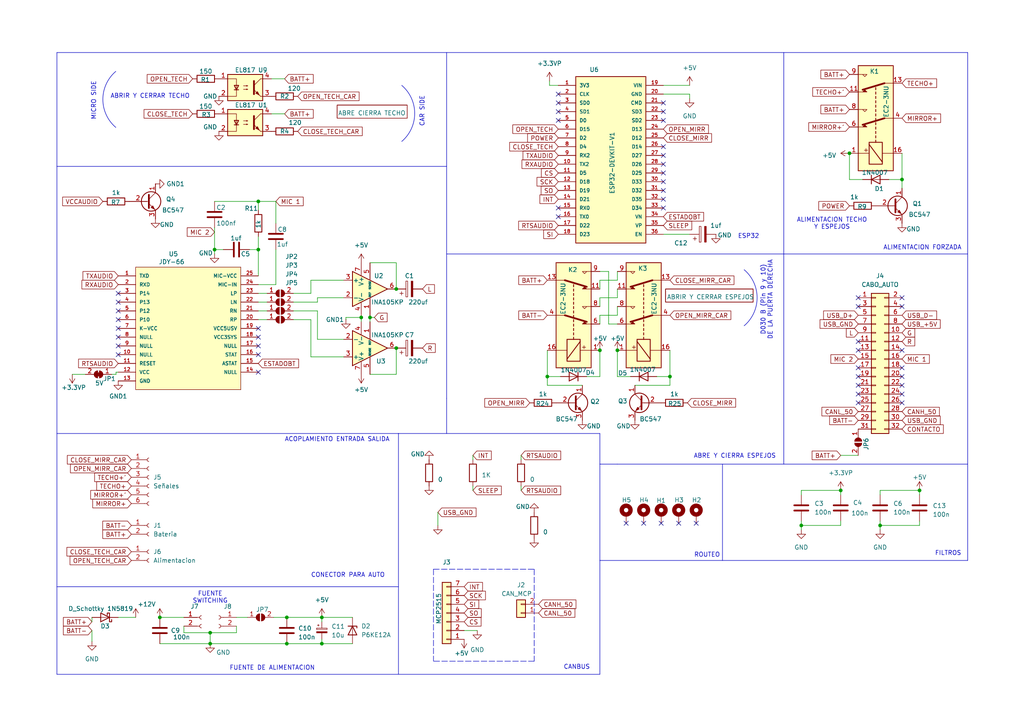
<source format=kicad_sch>
(kicad_sch (version 20231120) (generator "eeschema") (generator_version "8.0")
  (paper "A4")
  (title_block (title "ESP32+CANBUS") (date "2023-03-26") (rev "V1") (company "BRAVO_PROTO"))
  (lib_symbols
    (symbol "+5V_2" (power) (pin_names (offset 0))
      (property "Value" "+5V_2" (at 0 3.556 0))
      (symbol "+5V_2_1_1"
        (pin power_in line (at 0 0 90) (length 0) hide (name "+5V") (number "1"))
      )
    )
    (symbol "+5V_4" (power) (pin_names (offset 0))
      (property "Value" "+5V_4" (at 0 3.556 0))
      (symbol "+5V_4_1_1"
        (pin power_in line (at 0 0 90) (length 0) hide (name "+5V") (number "1"))
      )
    )
    (symbol "+5V_5" (power) (pin_names (offset 0))
      (property "Value" "+5V_5" (at 0 3.556 0))
      (symbol "+5V_5_1_1"
        (pin power_in line (at 0 0 90) (length 0) hide (name "+5V") (number "1"))
      )
    )
    (symbol "Amplifier_Difference:INA105KP" (pin_names (offset 0.127))
      (property "Reference" "U" (at 7.62 5.08 0))
      (property "Value" "INA105KP" (at 7.62 2.54 0))
      (symbol "INA105KP_1_1"
        (pin passive line (at 0 -7.62 90) (length 5.08) (name "REF") (number "1"))
        (pin passive line (at -7.62 -2.54 0) (length 2.54) (name "-") (number "2"))
        (pin passive line (at -7.62 2.54 0) (length 2.54) (name "+") (number "3"))
        (pin power_in line (at -2.54 -7.62 90) (length 3.81) (name "V-") (number "4"))
        (pin passive line (at 0 7.62 270) (length 5.08) (name "SENSE") (number "5"))
        (pin output line (at 7.62 0 180) (length 2.54) (name "~") (number "6"))
        (pin power_in line (at -2.54 7.62 270) (length 3.81) (name "V+") (number "7"))
        (pin no_connect line (at -5.08 0 0) (length 2.54) hide (name "~") (number "8"))
      )
    )
    (symbol "Connector:Conn_01x02_Socket" (pin_names (offset 1.016) hide)
      (property "Reference" "J" (at 0 2.54 0))
      (property "Value" "Conn_01x02_Socket" (at 0 -5.08 0))
      (symbol "Conn_01x02_Socket_1_1"
        (pin passive line (at -5.08 0 0) (length 3.81) (name "Pin_1") (number "1"))
        (pin passive line (at -5.08 -2.54 0) (length 3.81) (name "Pin_2") (number "2"))
      )
    )
    (symbol "Connector:Conn_01x06_Socket" (pin_names (offset 1.016) hide)
      (property "Reference" "J" (at 0 7.62 0))
      (property "Value" "Conn_01x06_Socket" (at 0 -10.16 0))
      (symbol "Conn_01x06_Socket_1_1"
        (pin passive line (at -5.08 5.08 0) (length 3.81) (name "Pin_1") (number "1"))
        (pin passive line (at -5.08 2.54 0) (length 3.81) (name "Pin_2") (number "2"))
        (pin passive line (at -5.08 0 0) (length 3.81) (name "Pin_3") (number "3"))
        (pin passive line (at -5.08 -2.54 0) (length 3.81) (name "Pin_4") (number "4"))
        (pin passive line (at -5.08 -5.08 0) (length 3.81) (name "Pin_5") (number "5"))
        (pin passive line (at -5.08 -7.62 0) (length 3.81) (name "Pin_6") (number "6"))
      )
    )
    (symbol "Connector_Generic:Conn_01x02" (pin_names (offset 1.016) hide)
      (property "Reference" "J" (at 0 2.54 0))
      (property "Value" "Conn_01x02" (at 0 -5.08 0))
      (symbol "Conn_01x02_1_1"
        (pin passive line (at -5.08 0 0) (length 3.81) (name "Pin_1") (number "1"))
        (pin passive line (at -5.08 -2.54 0) (length 3.81) (name "Pin_2") (number "2"))
      )
    )
    (symbol "Connector_Generic:Conn_01x07" (pin_names (offset 1.016) hide)
      (property "Reference" "J" (at 0 10.16 0))
      (property "Value" "Conn_01x07" (at 0 -10.16 0))
      (symbol "Conn_01x07_1_1"
        (pin passive line (at -5.08 7.62 0) (length 3.81) (name "Pin_1") (number "1"))
        (pin passive line (at -5.08 5.08 0) (length 3.81) (name "Pin_2") (number "2"))
        (pin passive line (at -5.08 2.54 0) (length 3.81) (name "Pin_3") (number "3"))
        (pin passive line (at -5.08 0 0) (length 3.81) (name "Pin_4") (number "4"))
        (pin passive line (at -5.08 -2.54 0) (length 3.81) (name "Pin_5") (number "5"))
        (pin passive line (at -5.08 -5.08 0) (length 3.81) (name "Pin_6") (number "6"))
        (pin passive line (at -5.08 -7.62 0) (length 3.81) (name "Pin_7") (number "7"))
      )
    )
    (symbol "Connector_Generic:Conn_02x16_Odd_Even" (pin_names (offset 1.016) hide)
      (property "Reference" "J" (at 1.27 20.32 0))
      (property "Value" "Conn_02x16_Odd_Even" (at 1.27 -22.86 0))
      (symbol "Conn_02x16_Odd_Even_1_1"
        (pin passive line (at -5.08 17.78 0) (length 3.81) (name "Pin_1") (number "1"))
        (pin passive line (at 7.62 7.62 180) (length 3.81) (name "Pin_10") (number "10"))
        (pin passive line (at -5.08 5.08 0) (length 3.81) (name "Pin_11") (number "11"))
        (pin passive line (at 7.62 5.08 180) (length 3.81) (name "Pin_12") (number "12"))
        (pin passive line (at -5.08 2.54 0) (length 3.81) (name "Pin_13") (number "13"))
        (pin passive line (at 7.62 2.54 180) (length 3.81) (name "Pin_14") (number "14"))
        (pin passive line (at -5.08 0 0) (length 3.81) (name "Pin_15") (number "15"))
        (pin passive line (at 7.62 0 180) (length 3.81) (name "Pin_16") (number "16"))
        (pin passive line (at -5.08 -2.54 0) (length 3.81) (name "Pin_17") (number "17"))
        (pin passive line (at 7.62 -2.54 180) (length 3.81) (name "Pin_18") (number "18"))
        (pin passive line (at -5.08 -5.08 0) (length 3.81) (name "Pin_19") (number "19"))
        (pin passive line (at 7.62 17.78 180) (length 3.81) (name "Pin_2") (number "2"))
        (pin passive line (at 7.62 -5.08 180) (length 3.81) (name "Pin_20") (number "20"))
        (pin passive line (at -5.08 -7.62 0) (length 3.81) (name "Pin_21") (number "21"))
        (pin passive line (at 7.62 -7.62 180) (length 3.81) (name "Pin_22") (number "22"))
        (pin passive line (at -5.08 -10.16 0) (length 3.81) (name "Pin_23") (number "23"))
        (pin passive line (at 7.62 -10.16 180) (length 3.81) (name "Pin_24") (number "24"))
        (pin passive line (at -5.08 -12.7 0) (length 3.81) (name "Pin_25") (number "25"))
        (pin passive line (at 7.62 -12.7 180) (length 3.81) (name "Pin_26") (number "26"))
        (pin passive line (at -5.08 -15.24 0) (length 3.81) (name "Pin_27") (number "27"))
        (pin passive line (at 7.62 -15.24 180) (length 3.81) (name "Pin_28") (number "28"))
        (pin passive line (at -5.08 -17.78 0) (length 3.81) (name "Pin_29") (number "29"))
        (pin passive line (at -5.08 15.24 0) (length 3.81) (name "Pin_3") (number "3"))
        (pin passive line (at 7.62 -17.78 180) (length 3.81) (name "Pin_30") (number "30"))
        (pin passive line (at -5.08 -20.32 0) (length 3.81) (name "Pin_31") (number "31"))
        (pin passive line (at 7.62 -20.32 180) (length 3.81) (name "Pin_32") (number "32"))
        (pin passive line (at 7.62 15.24 180) (length 3.81) (name "Pin_4") (number "4"))
        (pin passive line (at -5.08 12.7 0) (length 3.81) (name "Pin_5") (number "5"))
        (pin passive line (at 7.62 12.7 180) (length 3.81) (name "Pin_6") (number "6"))
        (pin passive line (at -5.08 10.16 0) (length 3.81) (name "Pin_7") (number "7"))
        (pin passive line (at 7.62 10.16 180) (length 3.81) (name "Pin_8") (number "8"))
        (pin passive line (at -5.08 7.62 0) (length 3.81) (name "Pin_9") (number "9"))
      )
    )
    (symbol "Device:C" (pin_numbers hide) (pin_names (offset 0.254))
      (property "Reference" "C" (at 0.635 2.54 0))
      (property "Value" "C" (at 0.635 -2.54 0))
      (symbol "C_1_1"
        (pin passive line (at 0 3.81 270) (length 2.794) (name "~") (number "1"))
        (pin passive line (at 0 -3.81 90) (length 2.794) (name "~") (number "2"))
      )
    )
    (symbol "Device:C_Polarized" (pin_numbers hide) (pin_names (offset 0.254))
      (property "Reference" "C" (at 0.635 2.54 0))
      (property "Value" "C_Polarized" (at 0.635 -2.54 0))
      (symbol "C_Polarized_1_1"
        (pin passive line (at 0 3.81 270) (length 2.794) (name "~") (number "1"))
        (pin passive line (at 0 -3.81 90) (length 2.794) (name "~") (number "2"))
      )
    )
    (symbol "Device:C_Polarized_Small" (pin_numbers hide) (pin_names (offset 0.254) hide)
      (property "Reference" "C" (at 0.254 1.778 0))
      (property "Value" "C_Polarized_Small" (at 0.254 -2.032 0))
      (symbol "C_Polarized_Small_1_1"
        (pin passive line (at 0 2.54 270) (length 1.8542) (name "~") (number "1"))
        (pin passive line (at 0 -2.54 90) (length 1.8542) (name "~") (number "2"))
      )
    )
    (symbol "Device:D" (pin_numbers hide) (pin_names (offset 1.016) hide)
      (property "Reference" "D" (at 0 2.54 0))
      (property "Value" "D" (at 0 -2.54 0))
      (symbol "D_1_1"
        (pin passive line (at -3.81 0 0) (length 2.54) (name "K") (number "1"))
        (pin passive line (at 3.81 0 180) (length 2.54) (name "A") (number "2"))
      )
    )
    (symbol "Device:D_Schottky" (pin_numbers hide) (pin_names (offset 1.016) hide)
      (property "Reference" "D" (at 0 2.54 0))
      (property "Value" "D_Schottky" (at 0 -2.54 0))
      (symbol "D_Schottky_1_1"
        (pin passive line (at -3.81 0 0) (length 2.54) (name "K") (number "1"))
        (pin passive line (at 3.81 0 180) (length 2.54) (name "A") (number "2"))
      )
    )
    (symbol "Device:R" (pin_numbers hide) (pin_names (offset 0))
      (property "Reference" "R" (at 2.032 0 90))
      (property "Value" "R" (at 0 0 90))
      (symbol "R_1_1"
        (pin passive line (at 0 3.81 270) (length 1.27) (name "~") (number "1"))
        (pin passive line (at 0 -3.81 90) (length 1.27) (name "~") (number "2"))
      )
    )
    (symbol "Diode:BZV55B8V2" (pin_numbers hide) (pin_names hide)
      (property "Reference" "D" (at 0 2.54 0))
      (property "Value" "BZV55B8V2" (at 0 -2.54 0))
      (symbol "BZV55B8V2_1_1"
        (pin passive line (at -3.81 0 0) (length 2.54) (name "K") (number "1"))
        (pin passive line (at 3.81 0 180) (length 2.54) (name "A") (number "2"))
      )
    )
    (symbol "ESP32-DEVKIT-V1:ESP32-DEVKIT-V1" (pin_names (offset 1.016))
      (property "Reference" "U" (at -10.16 30.48 0))
      (property "Value" "ESP32-DEVKIT-V1" (at -8.89 -22.86 0))
      (symbol "ESP32-DEVKIT-V1_0_0"
        (pin output line (at -15.24 25.4 0) (length 5.08) (name "3V3") (number "1"))
        (pin bidirectional line (at -15.24 2.54 0) (length 5.08) (name "TX2") (number "10"))
        (pin bidirectional line (at -15.24 0 0) (length 5.08) (name "D5") (number "11"))
        (pin bidirectional line (at -15.24 -2.54 0) (length 5.08) (name "D18") (number "12"))
        (pin bidirectional line (at -15.24 -5.08 0) (length 5.08) (name "D19") (number "13"))
        (pin bidirectional line (at -15.24 -7.62 0) (length 5.08) (name "D21") (number "14"))
        (pin bidirectional line (at -15.24 -10.16 0) (length 5.08) (name "RX0") (number "15"))
        (pin bidirectional line (at -15.24 -12.7 0) (length 5.08) (name "TX0") (number "16"))
        (pin bidirectional line (at -15.24 -15.24 0) (length 5.08) (name "D22") (number "17"))
        (pin bidirectional line (at -15.24 -17.78 0) (length 5.08) (name "D23") (number "18"))
        (pin bidirectional line (at 15.24 25.4 180) (length 5.08) (name "VIN") (number "19"))
        (pin bidirectional line (at -15.24 22.86 0) (length 5.08) (name "CLK") (number "2"))
        (pin bidirectional line (at 15.24 22.86 180) (length 5.08) (name "GND") (number "20"))
        (pin bidirectional line (at 15.24 20.32 180) (length 5.08) (name "CMD") (number "21"))
        (pin bidirectional line (at 15.24 17.78 180) (length 5.08) (name "SD3") (number "22"))
        (pin bidirectional line (at 15.24 15.24 180) (length 5.08) (name "SD2") (number "23"))
        (pin bidirectional line (at 15.24 12.7 180) (length 5.08) (name "D13") (number "24"))
        (pin bidirectional line (at 15.24 10.16 180) (length 5.08) (name "D12") (number "25"))
        (pin bidirectional line (at 15.24 7.62 180) (length 5.08) (name "D14") (number "26"))
        (pin input line (at 15.24 5.08 180) (length 5.08) (name "D27") (number "27"))
        (pin bidirectional line (at 15.24 2.54 180) (length 5.08) (name "D26") (number "28"))
        (pin bidirectional line (at 15.24 0 180) (length 5.08) (name "D25") (number "29"))
        (pin bidirectional line (at -15.24 20.32 0) (length 5.08) (name "SD0") (number "3"))
        (pin bidirectional line (at 15.24 -2.54 180) (length 5.08) (name "D33") (number "30"))
        (pin bidirectional line (at 15.24 -5.08 180) (length 5.08) (name "D32") (number "31"))
        (pin bidirectional line (at 15.24 -7.62 180) (length 5.08) (name "D35") (number "32"))
        (pin bidirectional line (at 15.24 -10.16 180) (length 5.08) (name "D34") (number "33"))
        (pin bidirectional line (at 15.24 -12.7 180) (length 5.08) (name "VN") (number "34"))
        (pin input line (at 15.24 -15.24 180) (length 5.08) (name "VP") (number "35"))
        (pin bidirectional line (at 15.24 -17.78 180) (length 5.08) (name "EN") (number "36"))
        (pin bidirectional line (at -15.24 17.78 0) (length 5.08) (name "SD1") (number "4"))
        (pin bidirectional line (at -15.24 15.24 0) (length 5.08) (name "D0") (number "5"))
        (pin bidirectional line (at -15.24 12.7 0) (length 5.08) (name "D15") (number "6"))
        (pin bidirectional line (at -15.24 10.16 0) (length 5.08) (name "D2") (number "7"))
        (pin bidirectional line (at -15.24 7.62 0) (length 5.08) (name "D4") (number "8"))
        (pin bidirectional line (at -15.24 5.08 0) (length 5.08) (name "RX2") (number "9"))
      )
    )
    (symbol "GND_1" (power) (pin_names (offset 0))
      (property "Value" "GND_1" (at 0 -3.81 0))
      (symbol "GND_1_1_1"
        (pin power_in line (at 0 0 270) (length 0) hide (name "GND") (number "1"))
      )
    )
    (symbol "GND_2" (power) (pin_names (offset 0))
      (property "Value" "GND_2" (at 0 -3.81 0))
      (symbol "GND_2_1_1"
        (pin power_in line (at 0 0 270) (length 0) hide (name "GND") (number "1"))
      )
    )
    (symbol "Isolator:EL817" (pin_names (offset 1.016))
      (property "Reference" "U" (at -5.08 5.08 0))
      (property "Value" "EL817" (at 0 5.08 0))
      (symbol "EL817_1_1"
        (pin passive line (at -7.62 2.54 0) (length 2.54) (name "~") (number "1"))
        (pin passive line (at -7.62 -2.54 0) (length 2.54) (name "~") (number "2"))
        (pin passive line (at 7.62 -2.54 180) (length 2.54) (name "~") (number "3"))
        (pin passive line (at 7.62 2.54 180) (length 2.54) (name "~") (number "4"))
      )
    )
    (symbol "JDY-18:JDY-66" (pin_names (offset 1.016))
      (property "Reference" "U5" (at 21.082 41.91 0))
      (property "Value" "JDY-66" (at 20.574 39.624 0))
      (symbol "JDY-66_0_0"
        (pin bidirectional line (at 5.08 7.62 0) (length 5.08) (name "VCC") (number "12"))
        (pin bidirectional line (at 5.08 5.08 0) (length 5.08) (name "GND") (number "13"))
        (pin bidirectional line (at 45.72 12.7 180) (length 5.08) (name "STAT") (number "16"))
      )
      (symbol "JDY-66_1_0"
        (pin bidirectional line (at 5.08 35.56 0) (length 5.08) (name "TXD") (number "1"))
        (pin bidirectional line (at 5.08 12.7 0) (length 5.08) (name "NULL") (number "10"))
        (pin bidirectional line (at 5.08 10.16 0) (length 5.08) (name "RESET") (number "11"))
        (pin bidirectional line (at 45.72 7.62 180) (length 5.08) (name "NULL") (number "14"))
        (pin bidirectional line (at 45.72 10.16 180) (length 5.08) (name "ASTAT") (number "15"))
        (pin bidirectional line (at 45.72 15.24 180) (length 5.08) (name "NULL") (number "17"))
        (pin bidirectional line (at 45.72 17.78 180) (length 5.08) (name "VCC3SYS") (number "18"))
        (pin bidirectional line (at 45.72 20.32 180) (length 5.08) (name "VCC5USV") (number "19"))
        (pin bidirectional line (at 5.08 33.02 0) (length 5.08) (name "RXD") (number "2"))
        (pin bidirectional line (at 45.72 22.86 180) (length 5.08) (name "RP") (number "20"))
        (pin bidirectional line (at 45.72 25.4 180) (length 5.08) (name "RN") (number "21"))
        (pin bidirectional line (at 45.72 27.94 180) (length 5.08) (name "LN") (number "22"))
        (pin bidirectional line (at 45.72 30.48 180) (length 5.08) (name "LP") (number "23"))
        (pin bidirectional line (at 45.72 33.02 180) (length 5.08) (name "MIC-IN") (number "24"))
        (pin bidirectional line (at 45.72 35.56 180) (length 5.08) (name "MIC-VCC") (number "25"))
        (pin bidirectional line (at 5.08 30.48 0) (length 5.08) (name "P14") (number "3"))
        (pin bidirectional line (at 5.08 27.94 0) (length 5.08) (name "P13") (number "4"))
        (pin bidirectional line (at 5.08 25.4 0) (length 5.08) (name "P12") (number "5"))
        (pin bidirectional line (at 5.08 22.86 0) (length 5.08) (name "P10") (number "6"))
        (pin bidirectional line (at 5.08 20.32 0) (length 5.08) (name "K-VCC") (number "7"))
        (pin bidirectional line (at 5.08 17.78 0) (length 5.08) (name "NULL") (number "8"))
        (pin bidirectional line (at 5.08 15.24 0) (length 5.08) (name "NULL") (number "9"))
      )
    )
    (symbol "Jumper:SolderJumper_2_Bridged" (pin_names (offset 0) hide)
      (property "Reference" "JP" (at 0 2.032 0))
      (property "Value" "SolderJumper_2_Bridged" (at 0 -2.54 0))
      (symbol "SolderJumper_2_Bridged_1_1"
        (pin passive line (at -3.81 0 0) (length 2.54) (name "A") (number "1"))
        (pin passive line (at 3.81 0 180) (length 2.54) (name "B") (number "2"))
      )
    )
    (symbol "Jumper:SolderJumper_2_Open" (pin_names (offset 0) hide)
      (property "Reference" "JP" (at 0 2.032 0))
      (property "Value" "SolderJumper_2_Open" (at 0 -2.54 0))
      (symbol "SolderJumper_2_Open_1_1"
        (pin passive line (at -3.81 0 0) (length 2.54) (name "A") (number "1"))
        (pin passive line (at 3.81 0 180) (length 2.54) (name "B") (number "2"))
      )
    )
    (symbol "Mechanical:MountingHole_Pad" (pin_numbers hide) (pin_names (offset 1.016) hide)
      (property "Reference" "H" (at 0 6.35 0))
      (property "Value" "MountingHole_Pad" (at 0 4.445 0))
      (symbol "MountingHole_Pad_1_1"
        (pin input line (at 0 -2.54 90) (length 2.54) (name "1") (number "1"))
      )
    )
    (symbol "Relay:EC2-3NU"
      (property "Reference" "K1" (at -1.778 16.383 90))
      (property "Value" "EC2-3NU" (at 3.556 5.207 0))
      (symbol "EC2-3NU_1_1"
        (text "+" (at -9.271 2.921 0) (effects (font (size 1.27 1.27))))
        (pin passive line (at -10.16 7.62 270) (length 2.54) (name "~") (number "1"))
        (pin passive line (at 7.62 7.62 270) (length 2.54) (name "~") (number "11"))
        (pin passive line (at 10.16 -7.62 90) (length 2.54) (name "~") (number "13"))
        (pin passive line (at -10.16 -7.62 90) (length 2.54) (name "~") (number "16"))
        (pin passive line (at 0 -7.62 90) (length 2.54) (name "~") (number "4"))
        (pin passive line (at -2.54 7.62 270) (length 2.54) (name "~") (number "6"))
        (pin passive line (at 2.54 7.62 270) (length 2.54) (name "~") (number "8"))
        (pin passive line (at 12.7 7.62 270) (length 2.54) (name "~") (number "9"))
      )
    )
    (symbol "Transistor_BJT:BC547" (pin_names (offset 0) hide)
      (property "Reference" "Q" (at 5.08 1.905 0))
      (property "Value" "BC547" (at 5.08 0 0))
      (symbol "BC547_1_1"
        (pin passive line (at 2.54 5.08 270) (length 2.54) (name "C") (number "1"))
        (pin input line (at -5.08 0 0) (length 5.08) (name "B") (number "2"))
        (pin passive line (at 2.54 -5.08 90) (length 2.54) (name "E") (number "3"))
      )
    )
    (symbol "power:+12V" (power) (pin_names (offset 0))
      (property "Value" "+12V" (at 0 3.556 0))
      (symbol "+12V_1_1"
        (pin power_in line (at 0 0 90) (length 0) hide (name "+12V") (number "1"))
      )
    )
    (symbol "power:+3.3VP" (power) (pin_names (offset 0))
      (property "Value" "+3.3VP" (at 0 2.54 0))
      (symbol "+3.3VP_0_0"
        (pin power_in line (at 0 0 90) (length 0) hide (name "+3.3VP") (number "1"))
      )
    )
    (symbol "power:+5V" (power) (pin_names (offset 0))
      (property "Value" "+5V" (at 0 3.556 0))
      (symbol "+5V_1_1"
        (pin power_in line (at 0 0 90) (length 0) hide (name "+5V") (number "1"))
      )
    )
    (symbol "power:GND" (power) (pin_names (offset 0))
      (property "Value" "GND" (at 0 -3.81 0))
      (symbol "GND_1_1"
        (pin power_in line (at 0 0 270) (length 0) hide (name "GND") (number "1"))
      )
    )
    (symbol "power:GND1" (power) (pin_numbers hide) (pin_names (offset 0) hide)
      (property "Value" "GND1" (at 0 -3.81 0))
      (symbol "GND1_1_1"
        (pin power_in line (at 0 0 270) (length 0) (name "~") (number "1"))
      )
    )
  )
  (junction (at 46.355 179.07))
  (junction (at 255.27 152.4))
  (junction (at 62.23 72.39))
  (junction (at 194.31 109.22))
  (junction (at 60.96 186.69))
  (junction (at 261.62 52.07))
  (junction (at 179.07 101.6))
  (junction (at 104.775 92.075))
  (junction (at 243.84 142.24))
  (junction (at 74.93 72.39))
  (junction (at 114.935 83.82))
  (junction (at 93.345 186.69))
  (junction (at 173.99 101.6))
  (junction (at 266.7 142.24))
  (junction (at 93.345 179.07))
  (junction (at 232.41 152.4))
  (junction (at 83.185 179.07))
  (junction (at 107.315 92.075))
  (junction (at 158.75 109.22))
  (junction (at 246.38 44.45))
  (junction (at 114.935 100.965))
  (junction (at 60.96 183.515))
  (junction (at 74.93 58.42))
  (junction (at 83.185 186.69))
  (no_connect (at 261.62 106.68))
  (no_connect (at 201.93 151.765))
  (no_connect (at 248.92 114.3))
  (no_connect (at 74.93 100.33))
  (no_connect (at 261.62 86.36))
  (no_connect (at 261.62 111.76))
  (no_connect (at 248.92 106.68))
  (no_connect (at 74.93 102.87))
  (no_connect (at 196.85 151.765))
  (no_connect (at 192.405 32.385))
  (no_connect (at 248.92 116.84))
  (no_connect (at 34.29 92.71))
  (no_connect (at 261.62 116.84))
  (no_connect (at 192.405 55.245))
  (no_connect (at 248.92 101.6))
  (no_connect (at 181.61 151.765))
  (no_connect (at 261.62 101.6))
  (no_connect (at 161.925 34.925))
  (no_connect (at 74.93 95.25))
  (no_connect (at 34.29 95.25))
  (no_connect (at 161.925 60.325))
  (no_connect (at 192.405 29.845))
  (no_connect (at 186.69 151.765))
  (no_connect (at 261.62 88.9))
  (no_connect (at 248.92 99.06))
  (no_connect (at 161.925 27.305))
  (no_connect (at 248.92 86.36))
  (no_connect (at 192.405 52.705))
  (no_connect (at 261.62 114.3))
  (no_connect (at 161.925 32.385))
  (no_connect (at 192.405 47.625))
  (no_connect (at 261.62 109.22))
  (no_connect (at 34.29 100.33))
  (no_connect (at 192.405 50.165))
  (no_connect (at 248.92 88.9))
  (no_connect (at 192.405 34.925))
  (no_connect (at 248.92 111.76))
  (no_connect (at 192.405 60.325))
  (no_connect (at 34.29 97.79))
  (no_connect (at 34.29 90.17))
  (no_connect (at 192.405 57.785))
  (no_connect (at 74.93 107.95))
  (no_connect (at 34.29 85.09))
  (no_connect (at 34.29 87.63))
  (no_connect (at 161.925 62.865))
  (no_connect (at 248.92 109.22))
  (no_connect (at 34.29 102.87))
  (no_connect (at 161.925 29.845))
  (no_connect (at 192.405 45.085))
  (no_connect (at 191.77 151.765))
  (no_connect (at 192.405 42.545))
  (no_connect (at 74.93 97.79))
  (wire (pts (xy 173.99 91.44) (xy 173.99 93.98)))
  (wire (pts (xy 33.655 107.95) (xy 34.29 107.95)))
  (polyline (pts (xy 154.94 165.1) (xy 154.94 191.77)) (stroke (width 0) (type dash)))
  (wire (pts (xy 173.99 101.6) (xy 173.99 109.22)))
  (wire (pts (xy 72.39 72.39) (xy 74.93 72.39)))
  (wire (pts (xy 92.075 90.17) (xy 92.075 98.425)))
  (wire (pts (xy 62.23 72.39) (xy 62.23 66.04)))
  (wire (pts (xy 266.7 142.24) (xy 266.7 143.51)))
  (wire (pts (xy 80.01 82.55) (xy 74.93 82.55)))
  (wire (pts (xy 92.075 86.36) (xy 99.695 86.36)))
  (wire (pts (xy 151.13 142.24) (xy 151.13 140.97)))
  (wire (pts (xy 179.07 81.28) (xy 179.07 78.74)))
  (polyline (pts (xy 16.51 15.24) (xy 280.67 15.24)))
  (wire (pts (xy 34.29 179.07) (xy 39.37 179.07)))
  (wire (pts (xy 158.75 111.76) (xy 158.75 109.22)))
  (wire (pts (xy 179.07 109.22) (xy 179.07 101.6)))
  (polyline (pts (xy 16.51 195.58) (xy 16.51 15.24)))
  (wire (pts (xy 60.96 183.515) (xy 60.96 186.69)))
  (wire (pts (xy 261.62 52.07) (xy 257.81 52.07)))
  (wire (pts (xy 192.405 67.945) (xy 200.025 67.945)))
  (wire (pts (xy 200.025 27.305) (xy 200.025 28.575)))
  (wire (pts (xy 137.16 132.08) (xy 137.16 133.35)))
  (wire (pts (xy 62.23 72.39) (xy 64.77 72.39)))
  (wire (pts (xy 93.345 185.42) (xy 93.345 186.69)))
  (wire (pts (xy 53.34 181.61) (xy 53.34 183.515)))
  (wire (pts (xy 93.345 179.07) (xy 102.235 179.07)))
  (wire (pts (xy 107.315 92.075) (xy 108.585 92.075)))
  (wire (pts (xy 266.7 151.13) (xy 266.7 152.4)))
  (wire (pts (xy 246.38 52.07) (xy 246.38 44.45)))
  (polyline (pts (xy 115.57 195.58) (xy 115.57 125.73)))
  (polyline (pts (xy 173.99 134.62) (xy 179.07 134.62)))
  (wire (pts (xy 192.405 27.305) (xy 200.025 27.305)))
  (polyline (pts (xy 129.54 115.57) (xy 129.54 125.73)))
  (wire (pts (xy 80.01 58.42) (xy 74.93 58.42)))
  (wire (pts (xy 255.27 151.13) (xy 255.27 152.4)))
  (wire (pts (xy 261.62 52.07) (xy 261.62 54.61)))
  (wire (pts (xy 255.27 152.4) (xy 266.7 152.4)))
  (wire (pts (xy 74.93 60.96) (xy 74.93 58.42)))
  (wire (pts (xy 168.91 111.76) (xy 158.75 111.76)))
  (wire (pts (xy 74.93 90.17) (xy 77.47 90.17)))
  (wire (pts (xy 255.27 142.24) (xy 255.27 143.51)))
  (wire (pts (xy 90.17 85.09) (xy 90.17 81.28)))
  (wire (pts (xy 93.345 186.69) (xy 102.235 186.69)))
  (wire (pts (xy 46.355 179.07) (xy 53.34 179.07)))
  (wire (pts (xy 173.99 83.82) (xy 173.99 81.28)))
  (wire (pts (xy 46.355 186.69) (xy 60.96 186.69)))
  (wire (pts (xy 74.93 92.71) (xy 77.47 92.71)))
  (wire (pts (xy 159.385 23.495) (xy 159.385 24.765)))
  (wire (pts (xy 83.185 186.69) (xy 93.345 186.69)))
  (polyline (pts (xy 16.51 125.73) (xy 115.57 125.73)))
  (wire (pts (xy 92.075 87.63) (xy 92.075 86.36)))
  (wire (pts (xy 134.62 182.88) (xy 138.43 182.88)))
  (wire (pts (xy 60.96 183.515) (xy 68.58 183.515)))
  (polyline (pts (xy 154.94 191.77) (xy 125.73 191.77)) (stroke (width 0) (type dash)))
  (polyline (pts (xy 173.99 162.56) (xy 173.99 134.62)))
  (wire (pts (xy 104.775 91.44) (xy 104.775 92.075)))
  (wire (pts (xy 74.93 85.09) (xy 77.47 85.09)))
  (wire (pts (xy 243.84 152.4) (xy 243.84 151.13)))
  (wire (pts (xy 255.27 142.24) (xy 266.7 142.24)))
  (wire (pts (xy 26.67 179.07) (xy 26.67 180.34)))
  (wire (pts (xy 261.62 44.45) (xy 261.62 52.07)))
  (wire (pts (xy 232.41 153.67) (xy 232.41 152.4)))
  (wire (pts (xy 78.74 33.02) (xy 82.55 33.02)))
  (wire (pts (xy 90.17 92.71) (xy 90.17 103.505)))
  (polyline (pts (xy 173.99 125.73) (xy 173.99 134.62)))
  (polyline (pts (xy 280.67 162.56) (xy 173.99 162.56)))
  (wire (pts (xy 250.19 52.07) (xy 246.38 52.07)))
  (wire (pts (xy 184.15 111.76) (xy 194.31 111.76)))
  (wire (pts (xy 93.345 179.07) (xy 93.345 180.34)))
  (wire (pts (xy 173.99 81.28) (xy 179.07 81.28)))
  (wire (pts (xy 104.775 92.075) (xy 104.775 93.345)))
  (wire (pts (xy 107.315 92.075) (xy 107.315 93.345)))
  (wire (pts (xy 243.84 142.24) (xy 243.84 143.51)))
  (polyline (pts (xy 209.55 134.62) (xy 209.55 162.56)))
  (wire (pts (xy 176.53 78.74) (xy 176.53 93.98)))
  (polyline (pts (xy 179.07 134.62) (xy 280.67 134.62)))
  (wire (pts (xy 182.88 109.22) (xy 179.07 109.22)))
  (wire (pts (xy 85.09 85.09) (xy 90.17 85.09)))
  (polyline (pts (xy 129.54 73.66) (xy 227.33 73.66)))
  (wire (pts (xy 74.93 72.39) (xy 74.93 80.01)))
  (wire (pts (xy 179.07 86.36) (xy 179.07 83.82)))
  (wire (pts (xy 33.655 108.585) (xy 33.655 107.95)))
  (wire (pts (xy 243.84 132.08) (xy 248.92 132.08)))
  (wire (pts (xy 232.41 152.4) (xy 243.84 152.4)))
  (polyline (pts (xy 280.67 73.66) (xy 227.33 73.66)))
  (wire (pts (xy 114.935 100.965) (xy 114.935 108.585)))
  (wire (pts (xy 137.16 142.24) (xy 137.16 140.97)))
  (wire (pts (xy 78.74 22.86) (xy 82.55 22.86)))
  (polyline (pts (xy 115.57 125.73) (xy 173.99 125.73)))
  (polyline (pts (xy 173.99 162.56) (xy 173.99 195.58)))
  (wire (pts (xy 68.58 179.07) (xy 71.755 179.07)))
  (wire (pts (xy 194.31 101.6) (xy 194.31 109.22)))
  (wire (pts (xy 74.93 58.42) (xy 62.23 58.42)))
  (wire (pts (xy 232.41 151.13) (xy 232.41 152.4)))
  (wire (pts (xy 162.56 109.22) (xy 158.75 109.22)))
  (wire (pts (xy 80.01 72.39) (xy 80.01 82.55)))
  (wire (pts (xy 74.93 87.63) (xy 77.47 87.63)))
  (wire (pts (xy 114.935 83.82) (xy 114.935 76.2)))
  (wire (pts (xy 85.09 92.71) (xy 90.17 92.71)))
  (polyline (pts (xy 125.73 165.1) (xy 154.94 165.1)) (stroke (width 0) (type dash)))
  (wire (pts (xy 114.935 108.585) (xy 107.315 108.585)))
  (wire (pts (xy 173.99 88.9) (xy 173.99 86.36)))
  (wire (pts (xy 85.09 87.63) (xy 92.075 87.63)))
  (wire (pts (xy 179.07 91.44) (xy 173.99 91.44)))
  (wire (pts (xy 173.99 109.22) (xy 170.18 109.22)))
  (wire (pts (xy 255.27 152.4) (xy 255.27 153.67)))
  (wire (pts (xy 192.405 24.765) (xy 200.025 24.765)))
  (polyline (pts (xy 173.99 195.58) (xy 16.51 195.58)))
  (wire (pts (xy 90.17 81.28) (xy 99.695 81.28)))
  (wire (pts (xy 194.31 109.22) (xy 190.5 109.22)))
  (wire (pts (xy 100.33 92.075) (xy 104.775 92.075)))
  (wire (pts (xy 92.075 98.425) (xy 99.695 98.425)))
  (wire (pts (xy 68.58 183.515) (xy 68.58 181.61)))
  (wire (pts (xy 32.385 108.585) (xy 33.655 108.585)))
  (polyline (pts (xy 227.33 73.66) (xy 227.33 15.24)))
  (wire (pts (xy 173.99 78.74) (xy 176.53 78.74)))
  (polyline (pts (xy 16.51 170.18) (xy 115.57 170.18)))
  (wire (pts (xy 173.99 86.36) (xy 179.07 86.36)))
  (wire (pts (xy 74.93 68.58) (xy 74.93 72.39)))
  (wire (pts (xy 176.53 93.98) (xy 179.07 93.98)))
  (wire (pts (xy 151.13 132.08) (xy 151.13 133.35)))
  (wire (pts (xy 83.185 179.07) (xy 93.345 179.07)))
  (wire (pts (xy 26.67 186.055) (xy 26.67 182.88)))
  (polyline (pts (xy 129.54 115.57) (xy 129.54 15.24)))
  (wire (pts (xy 20.955 108.585) (xy 24.765 108.585)))
  (wire (pts (xy 158.75 109.22) (xy 158.75 101.6)))
  (polyline (pts (xy 125.73 165.1) (xy 125.73 191.77)) (stroke (width 0) (type dash)))
  (polyline (pts (xy 16.51 48.26) (xy 129.54 48.26)))
  (wire (pts (xy 107.315 91.44) (xy 107.315 92.075)))
  (wire (pts (xy 80.01 58.42) (xy 80.01 64.77)))
  (wire (pts (xy 127 148.59) (xy 127 152.4)))
  (wire (pts (xy 79.375 179.07) (xy 83.185 179.07)))
  (wire (pts (xy 179.07 88.9) (xy 179.07 91.44)))
  (wire (pts (xy 114.935 76.2) (xy 107.315 76.2)))
  (wire (pts (xy 90.17 103.505) (xy 99.695 103.505)))
  (wire (pts (xy 159.385 24.765) (xy 161.925 24.765)))
  (wire (pts (xy 232.41 142.24) (xy 232.41 143.51)))
  (wire (pts (xy 62.23 72.39) (xy 62.23 73.66)))
  (wire (pts (xy 53.34 183.515) (xy 60.96 183.515)))
  (wire (pts (xy 100.33 92.71) (xy 100.33 92.075)))
  (wire (pts (xy 60.96 186.69) (xy 83.185 186.69)))
  (wire (pts (xy 232.41 142.24) (xy 243.84 142.24)))
  (wire (pts (xy 194.31 109.22) (xy 194.31 111.76)))
  (wire (pts (xy 85.09 90.17) (xy 92.075 90.17)))
  (polyline (pts (xy 280.67 15.24) (xy 280.67 162.56)))
  (polyline (pts (xy 227.33 73.66) (xy 227.33 134.62)))
  (arc (start 116.524 24.765) (mid 120.2777 32.893) (end 116.524 41.021))
  (arc (start 33.59 36.957) (mid 29.8363 28.829) (end 33.59 20.701))
  (arc (start 215.838 78.232) (mid 219.5917 86.36) (end 215.838 94.488))
  (text "ACOPLAMIENTO ENTRADA SALIDA" (at 82.55 128.27 0) (effects (font (size 1.27 1.27)) (justify left bottom)))
  (text "CONECTOR PARA AUTO" (at 90.17 167.64 0) (effects (font (size 1.27 1.27)) (justify left bottom)))
  (text "D030 B (Pin 9 y 10)\nDE LA PUERTA DERECHA" (at 224.155 86.995 90) (effects (font (size 1.27 1.27)) (justify bottom)))
  (text "FUENTE\nSWITCHING\n" (at 60.96 173.355 0) (effects (font (size 1.27 1.27))))
  (text "FILTROS" (at 271.145 161.29 0) (effects (font (size 1.27 1.27)) (justify left bottom)))
  (text "ABRIR Y CERRAR TECHO" (at 32.004 28.702 0) (effects (font (size 1.27 1.27)) (justify left bottom)))
  (text "ESP32" (at 213.995 69.342 0) (effects (font (size 1.27 1.27)) (justify left bottom)))
  (text "ALIMENTACION TECHO\nY ESPEJOS" (at 241.3 66.675 0) (effects (font (size 1.27 1.27)) (justify bottom)))
  (text "ABRE Y CIERRA ESPEJOS" (at 201.168 133.096 0) (effects (font (size 1.27 1.27)) (justify left bottom)))
  (text "CANBUS" (at 163.449 194.31 0) (effects (font (size 1.27 1.27)) (justify left bottom)))
  (text "ALIMENTACION FORZADA" (at 256.159 72.644 0) (effects (font (size 1.27 1.27)) (justify left bottom)))
  (text "MICRO SIDE\n" (at 27.94 34.925 90) (effects (font (size 1.27 1.27)) (justify left bottom)))
  (text "CAR SIDE\n" (at 123.19 36.83 90) (effects (font (size 1.27 1.27)) (justify left bottom)))
  (text "FUENTE DE ALIMENTACION" (at 66.548 194.564 0) (effects (font (size 1.27 1.27)) (justify left bottom)))
  (text "ROUTEO\n\n" (at 201.295 163.83 0) (effects (font (size 1.27 1.27)) (justify left bottom)))
  (global_label "OPEN_TECH" (shape input) (at 55.88 22.86 180) (property "Intersheetrefs" "${INTERSHEET_REFS}" (effects (hide yes))))
  (global_label "BATT-" (shape input) (at 26.67 182.88 180) (property "Intersheetrefs" "${INTERSHEET_REFS}" (effects (hide yes))))
  (global_label "VCCAUDIO" (shape input) (at 29.845 58.42 180) (property "Intersheetrefs" "${INTERSHEET_REFS}" (effects (hide yes))))
  (global_label "CANH_50" (shape input) (at 156.21 175.26 0) (property "Intersheetrefs" "${INTERSHEET_REFS}" (effects (hide yes))))
  (global_label "MIC 2" (shape input) (at 62.23 67.31 180) (property "Intersheetrefs" "${INTERSHEET_REFS}" (effects (hide yes))))
  (global_label "INT" (shape input) (at 134.62 170.18 0) (property "Intersheetrefs" "${INTERSHEET_REFS}" (effects (hide yes))))
  (global_label "MIRROR+" (shape input) (at 261.62 34.29 0) (property "Intersheetrefs" "${INTERSHEET_REFS}" (effects (hide yes))))
  (global_label "USB_+5V" (shape input) (at 261.62 93.98 0) (property "Intersheetrefs" "${INTERSHEET_REFS}" (effects (hide yes))))
  (global_label "BATT+" (shape input) (at 246.38 31.75 180) (property "Intersheetrefs" "${INTERSHEET_REFS}" (effects (hide yes))))
  (global_label "RTSAUDIO" (shape input) (at 161.925 65.405 180) (property "Intersheetrefs" "${INTERSHEET_REFS}" (effects (hide yes))))
  (global_label "USB_D+" (shape input) (at 248.92 91.44 180) (property "Intersheetrefs" "${INTERSHEET_REFS}" (effects (hide yes))))
  (global_label "BATT+" (shape input) (at 243.84 132.08 180) (property "Intersheetrefs" "${INTERSHEET_REFS}" (effects (hide yes))))
  (global_label "TXAUDIO" (shape input) (at 161.925 45.085 180) (property "Intersheetrefs" "${INTERSHEET_REFS}" (effects (hide yes))))
  (global_label "MIC 1" (shape input) (at 261.62 104.14 0) (property "Intersheetrefs" "${INTERSHEET_REFS}" (effects (hide yes))))
  (global_label "MIRROR+'" (shape input) (at 38.1 143.51 180) (property "Intersheetrefs" "${INTERSHEET_REFS}" (effects (hide yes))))
  (global_label "SLEEP" (shape input) (at 192.405 65.405 0) (property "Intersheetrefs" "${INTERSHEET_REFS}" (effects (hide yes))))
  (global_label "MIC 1" (shape input) (at 80.01 58.42 0) (property "Intersheetrefs" "${INTERSHEET_REFS}" (effects (hide yes))))
  (global_label "MIC 2" (shape input) (at 248.92 104.14 180) (property "Intersheetrefs" "${INTERSHEET_REFS}" (effects (hide yes))))
  (global_label "OPEN_MIRR_CAR" (shape input) (at 38.1 135.89 180) (property "Intersheetrefs" "${INTERSHEET_REFS}" (effects (hide yes))))
  (global_label "BATT+" (shape input) (at 82.55 33.02 0) (property "Intersheetrefs" "${INTERSHEET_REFS}" (effects (hide yes))))
  (global_label "SO" (shape input) (at 161.925 55.245 180) (property "Intersheetrefs" "${INTERSHEET_REFS}" (effects (hide yes))))
  (global_label "SLEEP" (shape input) (at 137.16 142.24 0) (property "Intersheetrefs" "${INTERSHEET_REFS}" (effects (hide yes))))
  (global_label "BATT+" (shape input) (at 82.55 22.86 0) (property "Intersheetrefs" "${INTERSHEET_REFS}" (effects (hide yes))))
  (global_label "CANL_50" (shape input) (at 248.92 119.38 180) (property "Intersheetrefs" "${INTERSHEET_REFS}" (effects (hide yes))))
  (global_label "CS" (shape input) (at 134.62 180.34 0) (property "Intersheetrefs" "${INTERSHEET_REFS}" (effects (hide yes))))
  (global_label "CANL_50" (shape input) (at 156.21 177.8 0) (property "Intersheetrefs" "${INTERSHEET_REFS}" (effects (hide yes))))
  (global_label "BATT+" (shape input) (at 26.67 180.34 180) (property "Intersheetrefs" "${INTERSHEET_REFS}" (effects (hide yes))))
  (global_label "USB_D-" (shape input) (at 261.62 91.44 0) (property "Intersheetrefs" "${INTERSHEET_REFS}" (effects (hide yes))))
  (global_label "CLOSE_MIRR" (shape input) (at 199.39 116.84 0) (property "Intersheetrefs" "${INTERSHEET_REFS}" (effects (hide yes))))
  (global_label "USB_GND" (shape input) (at 261.62 121.92 0) (property "Intersheetrefs" "${INTERSHEET_REFS}" (effects (hide yes))))
  (global_label "R" (shape input) (at 122.555 100.965 0) (property "Intersheetrefs" "${INTERSHEET_REFS}" (effects (hide yes))))
  (global_label "ESTADOBT" (shape input) (at 74.93 105.41 0) (property "Intersheetrefs" "${INTERSHEET_REFS}" (effects (hide yes))))
  (global_label "RXAUDIO" (shape input) (at 34.29 82.55 180) (property "Intersheetrefs" "${INTERSHEET_REFS}" (effects (hide yes))))
  (global_label "MIRROR+" (shape input) (at 38.1 146.05 180) (property "Intersheetrefs" "${INTERSHEET_REFS}" (effects (hide yes))))
  (global_label "CLOSE_TECH_CAR" (shape input) (at 86.36 38.1 0) (property "Intersheetrefs" "${INTERSHEET_REFS}" (effects (hide yes))))
  (global_label "OPEN_MIRR" (shape input) (at 153.67 116.84 180) (property "Intersheetrefs" "${INTERSHEET_REFS}" (effects (hide yes))))
  (global_label "L" (shape input) (at 248.92 96.52 180) (property "Intersheetrefs" "${INTERSHEET_REFS}" (effects (hide yes))))
  (global_label "CLOSE_MIRR" (shape input) (at 192.405 40.005 0) (property "Intersheetrefs" "${INTERSHEET_REFS}" (effects (hide yes))))
  (global_label "BATT+" (shape input) (at 158.75 81.28 180) (property "Intersheetrefs" "${INTERSHEET_REFS}" (effects (hide yes))))
  (global_label "TECHO+'" (shape input) (at 246.38 26.67 180) (property "Intersheetrefs" "${INTERSHEET_REFS}" (effects (hide yes))))
  (global_label "OPEN_TECH_CAR" (shape input) (at 38.1 162.56 180) (property "Intersheetrefs" "${INTERSHEET_REFS}" (effects (hide yes))))
  (global_label "ESTADOBT" (shape input) (at 192.405 62.865 0) (property "Intersheetrefs" "${INTERSHEET_REFS}" (effects (hide yes))))
  (global_label "CLOSE_MIRR_CAR" (shape input) (at 194.31 81.28 0) (property "Intersheetrefs" "${INTERSHEET_REFS}" (effects (hide yes))))
  (global_label "USB_GND" (shape input) (at 248.92 93.98 180) (property "Intersheetrefs" "${INTERSHEET_REFS}" (effects (hide yes))))
  (global_label "OPEN_TECH_CAR" (shape input) (at 86.36 27.94 0) (property "Intersheetrefs" "${INTERSHEET_REFS}" (effects (hide yes))))
  (global_label "CLOSE_TECH" (shape input) (at 55.88 33.02 180) (property "Intersheetrefs" "${INTERSHEET_REFS}" (effects (hide yes))))
  (global_label "SCK" (shape input) (at 161.925 52.705 180) (property "Intersheetrefs" "${INTERSHEET_REFS}" (effects (hide yes))))
  (global_label "SI" (shape input) (at 161.925 67.945 180) (property "Intersheetrefs" "${INTERSHEET_REFS}" (effects (hide yes))))
  (global_label "CONTACTO" (shape input) (at 261.62 124.46 0) (property "Intersheetrefs" "${INTERSHEET_REFS}" (effects (hide yes))))
  (global_label "SCK" (shape input) (at 134.62 172.72 0) (property "Intersheetrefs" "${INTERSHEET_REFS}" (effects (hide yes))))
  (global_label "INT" (shape input) (at 137.16 132.08 0) (property "Intersheetrefs" "${INTERSHEET_REFS}" (effects (hide yes))))
  (global_label "USB_GND" (shape input) (at 127 148.59 0) (property "Intersheetrefs" "${INTERSHEET_REFS}" (effects (hide yes))))
  (global_label "OPEN_MIRR_CAR" (shape input) (at 194.31 91.44 0) (property "Intersheetrefs" "${INTERSHEET_REFS}" (effects (hide yes))))
  (global_label "CLOSE_TECH_CAR" (shape input) (at 38.1 160.02 180) (property "Intersheetrefs" "${INTERSHEET_REFS}" (effects (hide yes))))
  (global_label "TXAUDIO" (shape input) (at 34.29 80.01 180) (property "Intersheetrefs" "${INTERSHEET_REFS}" (effects (hide yes))))
  (global_label "RXAUDIO" (shape input) (at 161.925 47.625 180) (property "Intersheetrefs" "${INTERSHEET_REFS}" (effects (hide yes))))
  (global_label "BATT+" (shape input) (at 246.38 21.59 180) (property "Intersheetrefs" "${INTERSHEET_REFS}" (effects (hide yes))))
  (global_label "G" (shape input) (at 261.62 96.52 0) (property "Intersheetrefs" "${INTERSHEET_REFS}" (effects (hide yes))))
  (global_label "OPEN_TECH" (shape input) (at 161.925 37.465 180) (property "Intersheetrefs" "${INTERSHEET_REFS}" (effects (hide yes))))
  (global_label "BATT+" (shape input) (at 38.1 154.94 180) (property "Intersheetrefs" "${INTERSHEET_REFS}" (effects (hide yes))))
  (global_label "BATT-" (shape input) (at 158.75 91.44 180) (property "Intersheetrefs" "${INTERSHEET_REFS}" (effects (hide yes))))
  (global_label "G" (shape input) (at 108.585 92.075 0) (property "Intersheetrefs" "${INTERSHEET_REFS}" (effects (hide yes))))
  (global_label "TECHO+'" (shape input) (at 38.1 138.43 180) (property "Intersheetrefs" "${INTERSHEET_REFS}" (effects (hide yes))))
  (global_label "CLOSE_MIRR_CAR" (shape input) (at 38.1 133.35 180) (property "Intersheetrefs" "${INTERSHEET_REFS}" (effects (hide yes))))
  (global_label "RTSAUDIO" (shape input) (at 151.13 142.24 0) (property "Intersheetrefs" "${INTERSHEET_REFS}" (effects (hide yes))))
  (global_label "RTSAUDIO" (shape input) (at 34.29 105.41 180) (property "Intersheetrefs" "${INTERSHEET_REFS}" (effects (hide yes))))
  (global_label "POWER" (shape input) (at 246.38 59.69 180) (property "Intersheetrefs" "${INTERSHEET_REFS}" (effects (hide yes))))
  (global_label "INT" (shape input) (at 161.925 57.785 180) (property "Intersheetrefs" "${INTERSHEET_REFS}" (effects (hide yes))))
  (global_label "OPEN_MIRR" (shape input) (at 192.405 37.465 0) (property "Intersheetrefs" "${INTERSHEET_REFS}" (effects (hide yes))))
  (global_label "L" (shape input) (at 122.555 83.82 0) (property "Intersheetrefs" "${INTERSHEET_REFS}" (effects (hide yes))))
  (global_label "MIRROR+'" (shape input) (at 246.38 36.83 180) (property "Intersheetrefs" "${INTERSHEET_REFS}" (effects (hide yes))))
  (global_label "CANH_50" (shape input) (at 261.62 119.38 0) (property "Intersheetrefs" "${INTERSHEET_REFS}" (effects (hide yes))))
  (global_label "BATT-" (shape input) (at 38.1 152.4 180) (property "Intersheetrefs" "${INTERSHEET_REFS}" (effects (hide yes))))
  (global_label "BATT-" (shape input) (at 248.92 121.92 180) (property "Intersheetrefs" "${INTERSHEET_REFS}" (effects (hide yes))))
  (global_label "SO" (shape input) (at 134.62 177.8 0) (property "Intersheetrefs" "${INTERSHEET_REFS}" (effects (hide yes))))
  (global_label "RTSAUDIO" (shape input) (at 151.13 132.08 0) (property "Intersheetrefs" "${INTERSHEET_REFS}" (effects (hide yes))))
  (global_label "TECHO+" (shape input) (at 38.1 140.97 180) (property "Intersheetrefs" "${INTERSHEET_REFS}" (effects (hide yes))))
  (global_label "CLOSE_TECH" (shape input) (at 161.925 42.545 180) (property "Intersheetrefs" "${INTERSHEET_REFS}" (effects (hide yes))))
  (global_label "CS" (shape input) (at 161.925 50.165 180) (property "Intersheetrefs" "${INTERSHEET_REFS}" (effects (hide yes))))
  (global_label "SI" (shape input) (at 134.62 175.26 0) (property "Intersheetrefs" "${INTERSHEET_REFS}" (effects (hide yes))))
  (global_label "R" (shape input) (at 261.62 99.06 0) (property "Intersheetrefs" "${INTERSHEET_REFS}" (effects (hide yes))))
  (global_label "POWER" (shape input) (at 161.925 40.005 180) (property "Intersheetrefs" "${INTERSHEET_REFS}" (effects (hide yes))))
  (global_label "TECHO+" (shape input) (at 261.62 24.13 0) (property "Intersheetrefs" "${INTERSHEET_REFS}" (effects (hide yes))))
  (symbol (lib_name "GND_2") (lib_id "power:GND") (at 261.62 64.77 0) (unit 1)
    (property "Reference" "#PWR014" (effects (hide yes)))
    (property "Value" "GND" (at 264.922 66.421 0))
  )
  (symbol (lib_id "Device:R") (at 33.655 58.42 90) (unit 1)
    (property "Reference" "R7" (at 33.528 58.674 90))
    (property "Value" "1k" (at 33.655 55.88 90))
    (property "Footprint" "Resistor_THT:R_Axial_DIN0204_L3.6mm_D1.6mm_P7.62mm_Horizontal" (effects (hide yes)))
  )
  (symbol (lib_id "Connector:Conn_01x02_Socket") (at 43.18 160.02 0) (unit 1)
    (property "Reference" "J6" (at 44.45 160.02 0) (effects (justify left)))
    (property "Value" "Alimentacion" (at 44.45 162.56 0) (effects (justify left)))
    (property "Footprint" "Connector_Phoenix_MSTB:PhoenixContact_MSTBA_2,5_2-G_1x02_P5.00mm_Horizontal" (effects (hide yes)))
  )
  (symbol (lib_id "power:+5V") (at 104.775 76.2 0) (mirror y) (unit 1)
    (property "Reference" "#PWR010" (effects (hide yes)))
    (property "Value" "+5V" (at 104.775 71.12 0))
  )
  (symbol (lib_id "Device:D") (at 254 52.07 0) (unit 1)
    (property "Reference" "D1" (at 255.016 54.737 0))
    (property "Value" "1N4007" (at 253.746 50.038 0))
    (property "Footprint" "Diode_THT:D_A-405_P10.16mm_Horizontal" (effects (hide yes)))
    (property "Sim.Device" "D" (effects (hide yes)))
    (property "Sim.Pins" "1=K 2=A" (effects (hide yes)))
  )
  (symbol (lib_id "Device:R") (at 82.55 27.94 90) (unit 1)
    (property "Reference" "R2" (at 82.55 27.94 90))
    (property "Value" "120" (at 85.344 25.654 90))
    (property "Footprint" "Resistor_THT:R_Axial_DIN0204_L3.6mm_D1.6mm_P7.62mm_Horizontal" (effects (hide yes)))
  )
  (symbol (lib_id "Amplifier_Difference:INA105KP") (at 107.315 100.965 0) (mirror x) (unit 1)
    (property "Reference" "U3" (at 110.49 104.775 0))
    (property "Value" "INA105KP" (at 112.395 97.155 0))
    (property "Footprint" "Package_DIP:DIP-8_W7.62mm" (effects (hide yes)))
    (property "Datasheet" "https://www.ti.com/lit/ds/symlink/ina105.pdf" (effects (hide yes)))
    (property "Description" "Low Power, Wide Supply Range, Low Cost Unity-Gain Difference Amplifier, DIP-8" (effects (hide yes)))
  )
  (symbol (lib_id "power:GND") (at 63.5 38.1 0) (mirror y) (unit 1)
    (property "Reference" "#PWR04" (effects (hide yes)))
    (property "Value" "GND" (at 60.96 36.83 0))
  )
  (symbol (lib_id "Transistor_BJT:BC547") (at 259.08 59.69 0) (unit 1)
    (property "Reference" "Q1" (at 264.668 59.055 0) (effects (justify left)))
    (property "Value" "BC547" (at 263.525 62.23 0) (effects (justify left)))
    (property "Footprint" "Package_TO_SOT_THT:TO-92_Inline_Wide" (effects (hide yes)))
    (property "Datasheet" "https://www.onsemi.com/pub/Collateral/BC550-D.pdf" (effects (hide yes)))
  )
  (symbol (lib_id "JDY-18:JDY-66") (at 29.21 115.57 0) (unit 1)
    (property "Reference" "U5" (at 50.292 73.66 0))
    (property "Value" "JDY-66" (at 49.784 75.946 0))
    (property "Footprint" "PLACA_PROTO - copia:JDY-18" (effects (hide yes)))
    (property "MF" "Shenzhen Innovation technology Co., Ltd." (effects (hide yes)))
    (property "Description_1" "\nJDY-18 High-Speed Transparent Transmission Bluetooth Module\n" (effects (hide yes)))
    (property "Package" "Package" (effects (hide yes)))
    (property "Price" "None" (effects (hide yes)))
    (property "SnapEDA_Link" "https://www.snapeda.com/parts/JDY-18/SHENZHEN+CITY+HONG+TENG+YU+DA+ELECTRONIC+TECHNOLOGY+CO.+LTD./view-part/?ref=snap" (effects (hide yes)))
    (property "MP" "JDY-18" (effects (hide yes)))
    (property "Availability" "Not in stock" (effects (hide yes)))
    (property "Check_prices" "https://www.snapeda.com/parts/JDY-18/SHENZHEN+CITY+HONG+TENG+YU+DA+ELECTRONIC+TECHNOLOGY+CO.+LTD./view-part/?ref=eda" (effects (hide yes)))
  )
  (symbol (lib_id "power:+3.3VP") (at 243.84 142.24 0) (unit 1)
    (property "Reference" "#PWR01" (effects (hide yes)))
    (property "Value" "+3.3VP" (at 243.84 137.16 0))
  )
  (symbol (lib_id "power:GND") (at 232.41 153.67 0) (unit 1)
    (property "Reference" "#PWR038" (effects (hide yes)))
    (property "Value" "GND" (at 232.41 158.75 0))
  )
  (symbol (lib_name "+5V_5") (lib_id "power:+5V") (at 134.62 185.42 180) (unit 1)
    (property "Reference" "#PWR050" (effects (hide yes)))
    (property "Value" "+5V" (at 133.858 189.484 0))
  )
  (symbol (lib_id "Mechanical:MountingHole_Pad") (at 191.77 149.225 0) (unit 1)
    (property "Reference" "H1" (at 190.373 145.161 0) (effects (justify left)))
    (property "Value" "MountingHole_Pad" (effects (hide yes)))
    (property "Footprint" "MountingHole:MountingHole_2.2mm_M2_DIN965_Pad_TopOnly" (effects (hide yes)))
  )
  (symbol (lib_id "Device:R") (at 151.13 137.16 0) (unit 1)
    (property "Reference" "R10" (effects (hide yes)))
    (property "Value" "0" (at 153.67 139.065 0) (effects (justify left)))
    (property "Footprint" "Resistor_THT:R_Axial_DIN0204_L3.6mm_D1.6mm_P7.62mm_Horizontal" (effects (hide yes)))
  )
  (symbol (lib_name "+5V_2") (lib_id "power:+5V") (at 179.07 101.6 0) (unit 1)
    (property "Reference" "#PWR026" (effects (hide yes)))
    (property "Value" "+5V" (at 179.07 98.171 0))
  )
  (symbol (lib_id "Device:C_Polarized") (at 118.745 100.965 90) (unit 1)
    (property "Reference" "C7" (at 118.745 97.155 90))
    (property "Value" "220uf" (at 121.285 104.775 90))
    (property "Footprint" "Capacitor_THT:CP_Radial_D8.0mm_P3.80mm" (effects (hide yes)))
  )
  (symbol (lib_id "Device:C") (at 255.27 147.32 0) (unit 1)
    (property "Reference" "C6" (at 259.08 146.0499 0) (effects (justify left)))
    (property "Value" "100n" (at 259.08 148.5899 0) (effects (justify left)))
    (property "Footprint" "Capacitor_THT:C_Disc_D4.3mm_W1.9mm_P5.00mm" (effects (hide yes)))
  )
  (symbol (lib_id "Jumper:SolderJumper_2_Open") (at 75.565 179.07 0) (unit 1)
    (property "Reference" "JP7" (at 76.073 176.784 0))
    (property "Value" "SolderJumper_2_Open" (effects (hide yes)))
    (property "Footprint" "Jumper:SolderJumper-2_P1.3mm_Open_RoundedPad1.0x1.5mm" (effects (hide yes)))
    (property "Description" "Solder Jumper, 2-pole, open" (effects (hide yes)))
  )
  (symbol (lib_id "Device:R") (at 124.46 137.16 0) (unit 1)
    (property "Reference" "R5" (effects (hide yes)))
    (property "Value" "0" (at 127 139.065 0) (effects (justify left)))
    (property "Footprint" "Resistor_THT:R_Axial_DIN0204_L3.6mm_D1.6mm_P7.62mm_Horizontal" (effects (hide yes)))
  )
  (symbol (lib_id "Jumper:SolderJumper_2_Open") (at 81.28 90.17 0) (unit 1)
    (property "Reference" "JP4" (at 84.582 79.502 0))
    (property "Value" "SolderJumper_2_Open" (effects (hide yes)))
    (property "Footprint" "Jumper:SolderJumper-2_P1.3mm_Open_RoundedPad1.0x1.5mm" (effects (hide yes)))
    (property "Description" "Solder Jumper, 2-pole, open" (effects (hide yes)))
  )
  (symbol (lib_id "Jumper:SolderJumper_2_Open") (at 81.28 85.09 0) (unit 1)
    (property "Reference" "JP2" (at 84.582 74.422 0))
    (property "Value" "SolderJumper_2_Open" (effects (hide yes)))
    (property "Footprint" "Jumper:SolderJumper-2_P1.3mm_Open_RoundedPad1.0x1.5mm" (effects (hide yes)))
    (property "Description" "Solder Jumper, 2-pole, open" (effects (hide yes)))
  )
  (symbol (lib_id "power:GND1") (at 100.33 92.71 0) (unit 1)
    (property "Reference" "#PWR022" (effects (hide yes)))
    (property "Value" "GND1" (at 97.155 92.71 0))
    (property "Description" "Power symbol creates a global label with name \"GND1\" , ground" (effects (hide yes)))
  )
  (symbol (lib_name "GND_2") (lib_id "power:GND") (at 184.15 121.92 0) (mirror y) (unit 1)
    (property "Reference" "#PWR055" (effects (hide yes)))
    (property "Value" "GND" (at 180.848 123.571 0))
  )
  (symbol (lib_id "Transistor_BJT:BC547") (at 42.545 58.42 0) (unit 1)
    (property "Reference" "Q4" (at 48.133 57.785 0) (effects (justify left)))
    (property "Value" "BC547" (at 46.99 60.96 0) (effects (justify left)))
    (property "Footprint" "Package_TO_SOT_THT:TO-92_Inline_Wide" (effects (hide yes)))
    (property "Datasheet" "https://www.onsemi.com/pub/Collateral/BC550-D.pdf" (effects (hide yes)))
  )
  (symbol (lib_id "power:GND") (at 207.645 67.945 0) (unit 1)
    (property "Reference" "#PWR027" (effects (hide yes)))
    (property "Value" "GND" (at 210.185 68.199 0))
  )
  (symbol (lib_id "Mechanical:MountingHole_Pad") (at 196.85 149.225 0) (unit 1)
    (property "Reference" "H3" (at 195.58 145.034 0) (effects (justify left)))
    (property "Value" "MountingHole_Pad" (effects (hide yes)))
    (property "Footprint" "MountingHole:MountingHole_2.2mm_M2_DIN965_Pad_TopOnly" (effects (hide yes)))
  )
  (symbol (lib_name "+5V_2") (lib_id "power:+5V") (at 246.38 44.45 90) (unit 1)
    (property "Reference" "#PWR08" (effects (hide yes)))
    (property "Value" "+5V" (at 242.57 45.085 90) (effects (justify left)))
  )
  (symbol (lib_id "Connector:Conn_01x02_Socket") (at 43.18 152.4 0) (unit 1)
    (property "Reference" "J1" (at 44.45 152.4 0) (effects (justify left)))
    (property "Value" "Bateria" (at 44.45 154.94 0) (effects (justify left)))
    (property "Footprint" "Connector_Phoenix_MSTB:PhoenixContact_MSTBA_2,5_2-G_1x02_P5.00mm_Horizontal" (effects (hide yes)))
  )
  (symbol (lib_id "ESP32-DEVKIT-V1:ESP32-DEVKIT-V1") (at 177.165 50.165 0) (unit 1)
    (property "Reference" "U6" (at 172.339 20.193 0))
    (property "Value" "ESP32-DEVKIT-V1" (at 177.546 47.244 90))
    (property "Footprint" "IMSA:ESP32_DEVKIT11" (effects (hide yes)))
    (property "STANDARD" "Manufacturer Recommendations" (effects (hide yes)))
    (property "MANUFACTURER" "DOIT" (effects (hide yes)))
    (property "MAXIMUM_PACKAGE_HEIGHT" "6.8 mm" (effects (hide yes)))
    (property "PARTREV" "N/A" (effects (hide yes)))
  )
  (symbol (lib_id "Device:R") (at 250.19 59.69 90) (unit 1)
    (property "Reference" "R9" (at 250.063 59.944 90))
    (property "Value" "1k" (at 247.777 57.15 90))
    (property "Footprint" "Resistor_THT:R_Axial_DIN0204_L3.6mm_D1.6mm_P7.62mm_Horizontal" (effects (hide yes)))
  )
  (symbol (lib_id "Relay:EC2-3NU") (at 166.37 91.44 270) (mirror x) (unit 1)
    (property "Reference" "K2" (at 166.116 78.232 90))
    (property "Value" "EC2-3NU" (at 163.322 86.614 0))
    (property "Footprint" "Relay_THT:Relay_DPDT_Omron_G5V-2" (effects (hide yes)))
    (property "Datasheet" "https://content.kemet.com/datasheets/KEM_R7002_EC2_EE2.pdf" (effects (hide yes)))
  )
  (symbol (lib_id "Device:R") (at 157.48 116.84 90) (unit 1)
    (property "Reference" "R24" (at 157.353 117.094 90))
    (property "Value" "1k" (at 157.48 114.3 90))
    (property "Footprint" "Resistor_THT:R_Axial_DIN0204_L3.6mm_D1.6mm_P7.62mm_Horizontal" (effects (hide yes)))
  )
  (symbol (lib_id "power:GND") (at 26.67 186.055 0) (unit 1)
    (property "Reference" "#PWR051" (effects (hide yes)))
    (property "Value" "GND" (at 26.67 191.135 0))
  )
  (symbol (lib_id "power:+5V") (at 93.345 179.07 0) (mirror y) (unit 1)
    (property "Reference" "#PWR048" (effects (hide yes)))
    (property "Value" "+5V" (at 93.345 173.99 0))
  )
  (symbol (lib_id "power:+12V") (at 46.355 179.07 0) (unit 1)
    (property "Reference" "#PWR047" (effects (hide yes)))
    (property "Value" "+12V" (at 42.545 175.26 0))
  )
  (symbol (lib_id "power:+5V") (at 200.025 24.765 0) (mirror y) (unit 1)
    (property "Reference" "#PWR06" (effects (hide yes)))
    (property "Value" "+5V" (at 200.025 19.685 0))
  )
  (symbol (lib_id "Device:R") (at 59.69 22.86 90) (unit 1)
    (property "Reference" "R1" (at 59.563 23.114 90))
    (property "Value" "150" (at 59.69 20.701 90))
    (property "Footprint" "Resistor_THT:R_Axial_DIN0204_L3.6mm_D1.6mm_P7.62mm_Horizontal" (effects (hide yes)))
  )
  (symbol (lib_id "Connector_Generic:Conn_02x16_Odd_Even") (at 254 104.14 0) (unit 1)
    (property "Reference" "J4" (at 255.27 80.01 0))
    (property "Value" "CABO_AUTO" (at 255.27 82.55 0))
    (property "Footprint" "Connector_PinHeader_2.54mm:PinHeader_2x16_P2.54mm_Vertical" (effects (hide yes)))
    (property "Description" "Generic connector, double row, 02x16, odd/even pin numbering scheme (row 1 odd numbers, row 2 even numbers), script generated (kicad-library-utils/schlib/autogen/connector/)" (effects (hide yes)))
  )
  (symbol (lib_id "power:+3.3VP") (at 159.385 23.495 0) (unit 1)
    (property "Reference" "#PWR05" (effects (hide yes)))
    (property "Value" "+3.3VP" (at 159.385 18.415 0))
  )
  (symbol (lib_id "Mechanical:MountingHole_Pad") (at 201.93 149.225 0) (unit 1)
    (property "Reference" "H2" (at 200.66 145.034 0) (effects (justify left)))
    (property "Value" "MountingHole_Pad" (effects (hide yes)))
    (property "Footprint" "MountingHole:MountingHole_2.2mm_M2_DIN965_Pad_TopOnly" (effects (hide yes)))
  )
  (symbol (lib_id "power:GND") (at 200.025 28.575 0) (unit 1)
    (property "Reference" "#PWR09" (effects (hide yes)))
    (property "Value" "GND" (at 200.025 33.655 0))
  )
  (symbol (lib_id "Connector:Conn_01x02_Socket") (at 58.42 179.07 0) (unit 1)
    (property "Reference" "J7" (at 55.245 175.895 0) (effects (justify left)))
    (property "Value" "Conn_01x02_Socket" (effects (hide yes)))
    (property "Description" "Generic connector, single row, 01x02, script generated" (effects (hide yes)))
  )
  (symbol (lib_id "Jumper:SolderJumper_2_Open") (at 248.92 128.27 270) (unit 1)
    (property "Reference" "JP6" (at 251.206 128.778 0))
    (property "Value" "SolderJumper_2_Open" (effects (hide yes)))
    (property "Footprint" "Jumper:SolderJumper-2_P1.3mm_Open_RoundedPad1.0x1.5mm" (effects (hide yes)))
    (property "Description" "Solder Jumper, 2-pole, open" (effects (hide yes)))
  )
  (symbol (lib_id "Device:C_Polarized_Small") (at 93.345 182.88 0) (unit 1)
    (property "Reference" "C11" (at 96.139 181.6989 0) (effects (justify left)))
    (property "Value" "10u" (at 96.139 184.2389 0) (effects (justify left)))
    (property "Footprint" "Capacitor_THT:CP_Radial_D4.0mm_P2.00mm" (effects (hide yes)))
  )
  (symbol (lib_id "Device:C") (at 80.01 68.58 0) (unit 1)
    (property "Reference" "C8" (at 80.518 66.548 0) (effects (justify left)))
    (property "Value" "1uf" (at 80.264 70.866 0) (effects (justify left)))
    (property "Footprint" "Capacitor_THT:C_Disc_D4.3mm_W1.9mm_P5.00mm" (effects (hide yes)))
  )
  (symbol (lib_id "Jumper:SolderJumper_2_Bridged") (at 28.575 108.585 0) (mirror y) (unit 1)
    (property "Reference" "JP1" (at 31.75 109.855 0))
    (property "Value" "5V" (at 28.829 111.125 0))
    (property "Footprint" "Jumper:SolderJumper-2_P1.3mm_Bridged_Pad1.0x1.5mm" (effects (hide yes)))
  )
  (symbol (lib_name "GND_2") (lib_id "power:GND") (at 124.46 133.35 180) (unit 1)
    (property "Reference" "#PWR013" (effects (hide yes)))
    (property "Value" "GND" (at 121.158 131.699 0))
  )
  (symbol (lib_id "Device:R") (at 82.55 38.1 90) (unit 1)
    (property "Reference" "R4" (at 82.55 38.1 90))
    (property "Value" "120" (at 85.598 35.56 90))
    (property "Footprint" "Resistor_THT:R_Axial_DIN0204_L3.6mm_D1.6mm_P7.62mm_Horizontal" (effects (hide yes)))
  )
  (symbol (lib_id "Mechanical:MountingHole_Pad") (at 186.69 149.225 0) (unit 1)
    (property "Reference" "H4" (at 185.42 145.034 0) (effects (justify left)))
    (property "Value" "MountingHole_Pad" (effects (hide yes)))
    (property "Footprint" "MountingHole:MountingHole_2.2mm_M2_DIN965_Pad_TopOnly" (effects (hide yes)))
  )
  (symbol (lib_id "Connector:Conn_01x02_Socket") (at 63.5 179.07 0) (mirror y) (unit 1)
    (property "Reference" "J8" (at 66.04 175.895 0))
    (property "Value" "Conn_01x02_Socket" (effects (hide yes)))
    (property "Description" "Generic connector, single row, 01x02, script generated" (effects (hide yes)))
  )
  (symbol (lib_id "power:GND") (at 255.27 153.67 0) (unit 1)
    (property "Reference" "#PWR024" (effects (hide yes)))
    (property "Value" "GND" (at 255.27 158.75 0))
  )
  (symbol (lib_id "power:GND") (at 62.23 73.66 0) (unit 1)
    (property "Reference" "#PWR016" (effects (hide yes)))
    (property "Value" "GND" (at 59.69 73.406 0))
  )
  (symbol (lib_id "power:GND1") (at 34.29 110.49 0) (unit 1)
    (property "Reference" "#PWR021" (effects (hide yes)))
    (property "Value" "GND1" (at 34.29 114.935 0))
    (property "Description" "Power symbol creates a global label with name \"GND1\" , ground" (effects (hide yes)))
  )
  (symbol (lib_id "Device:C") (at 62.23 62.23 0) (unit 1)
    (property "Reference" "C2" (at 62.738 60.198 0) (effects (justify left)))
    (property "Value" "100nf" (at 62.738 64.77 0) (effects (justify left)))
    (property "Footprint" "Capacitor_THT:C_Disc_D4.3mm_W1.9mm_P5.00mm" (effects (hide yes)))
  )
  (symbol (lib_name "GND_2") (lib_id "power:GND") (at 127 152.4 0) (unit 1)
    (property "Reference" "#PWR019" (effects (hide yes)))
    (property "Value" "GND" (effects (hide yes)))
  )
  (symbol (lib_id "Device:D") (at 186.69 109.22 0) (unit 1)
    (property "Reference" "D5" (at 180.594 108.204 0))
    (property "Value" "1N4007" (at 186.436 107.188 0))
    (property "Footprint" "Diode_THT:D_A-405_P10.16mm_Horizontal" (effects (hide yes)))
    (property "Sim.Device" "D" (effects (hide yes)))
    (property "Sim.Pins" "1=K 2=A" (effects (hide yes)))
  )
  (symbol (lib_id "Device:C") (at 46.355 182.88 0) (unit 1)
    (property "Reference" "C9" (at 49.53 182.88 0) (effects (justify left)))
    (property "Value" "100n" (at 50.165 184.785 0) (effects (justify left)))
    (property "Footprint" "Capacitor_THT:C_Disc_D4.3mm_W1.9mm_P5.00mm" (effects (hide yes)))
  )
  (symbol (lib_id "Device:R") (at 59.69 33.02 90) (unit 1)
    (property "Reference" "R3" (at 59.817 33.274 90))
    (property "Value" "150" (at 59.69 30.861 90))
    (property "Footprint" "Resistor_THT:R_Axial_DIN0204_L3.6mm_D1.6mm_P7.62mm_Horizontal" (effects (hide yes)))
  )
  (symbol (lib_id "Amplifier_Difference:INA105KP") (at 107.315 83.82 0) (unit 1)
    (property "Reference" "U2" (at 109.855 80.01 0))
    (property "Value" "INA105KP" (at 112.395 87.63 0))
    (property "Footprint" "Package_DIP:DIP-8_W7.62mm" (effects (hide yes)))
    (property "Datasheet" "https://www.ti.com/lit/ds/symlink/ina105.pdf" (effects (hide yes)))
    (property "Description" "Low Power, Wide Supply Range, Low Cost Unity-Gain Difference Amplifier, DIP-8" (effects (hide yes)))
  )
  (symbol (lib_id "Diode:BZV55B8V2") (at 102.235 182.88 270) (unit 1)
    (property "Reference" "D2" (at 104.775 181.6099 90) (effects (justify left)))
    (property "Value" "P6KE12A" (at 104.775 184.1499 90) (effects (justify left)))
    (property "Footprint" "Diode_THT:D_A-405_P10.16mm_Horizontal" (effects (hide yes)))
    (property "Datasheet" "https://assets.nexperia.com/documents/data-sheet/BZV55_SER.pdf" (effects (hide yes)))
    (property "Description" "8.2V, 500mW, 2%, Zener diode, MiniMELF" (effects (hide yes)))
  )
  (symbol (lib_id "Device:C_Polarized") (at 203.835 67.945 90) (unit 1)
    (property "Reference" "C12" (at 197.485 70.485 90))
    (property "Value" "1uf" (at 207.645 65.405 90))
    (property "Footprint" "Capacitor_THT:CP_Radial_D4.0mm_P2.00mm" (effects (hide yes)))
  )
  (symbol (lib_id "power:GND1") (at 45.085 53.34 90) (unit 1)
    (property "Reference" "#PWR018" (effects (hide yes)))
    (property "Value" "GND1" (at 48.26 53.3399 90) (effects (justify right)))
    (property "Description" "Power symbol creates a global label with name \"GND1\" , ground" (effects (hide yes)))
  )
  (symbol (lib_id "Device:R") (at 137.16 137.16 0) (unit 1)
    (property "Reference" "R6" (effects (hide yes)))
    (property "Value" "1K" (at 139.7 137.795 0) (effects (justify left)))
    (property "Footprint" "Resistor_THT:R_Axial_DIN0204_L3.6mm_D1.6mm_P7.62mm_Horizontal" (effects (hide yes)))
  )
  (symbol (lib_id "Isolator:EL817") (at 71.12 35.56 0) (unit 1)
    (property "Reference" "U1" (at 76.2 30.48 0))
    (property "Value" "EL817" (at 71.12 30.48 0))
    (property "Footprint" "Package_DIP:DIP-4_W7.62mm" (effects (hide yes)))
    (property "Datasheet" "http://www.everlight.com/file/ProductFile/EL817.pdf" (effects (hide yes)))
  )
  (symbol (lib_id "Device:C") (at 243.84 147.32 0) (unit 1)
    (property "Reference" "C4" (at 247.396 145.796 0) (effects (justify left)))
    (property "Value" "100n" (at 246.888 148.844 0) (effects (justify left)))
    (property "Footprint" "Capacitor_THT:C_Disc_D4.3mm_W1.9mm_P5.00mm" (effects (hide yes)))
  )
  (symbol (lib_id "power:+5V") (at 104.775 108.585 0) (mirror x) (unit 1)
    (property "Reference" "#PWR017" (effects (hide yes)))
    (property "Value" "+5V" (at 104.775 113.03 0))
  )
  (symbol (lib_id "power:GND") (at 60.96 186.69 0) (unit 1)
    (property "Reference" "#PWR028" (effects (hide yes)))
    (property "Value" "GND" (at 64.77 189.23 0))
  )
  (symbol (lib_id "Jumper:SolderJumper_2_Open") (at 81.28 92.71 0) (unit 1)
    (property "Reference" "JP5" (at 84.582 82.042 0))
    (property "Value" "SolderJumper_2_Open" (effects (hide yes)))
    (property "Footprint" "Jumper:SolderJumper-2_P1.3mm_Open_RoundedPad1.0x1.5mm" (effects (hide yes)))
    (property "Description" "Solder Jumper, 2-pole, open" (effects (hide yes)))
  )
  (symbol (lib_id "Mechanical:MountingHole_Pad") (at 181.61 149.225 0) (unit 1)
    (property "Reference" "H5" (at 180.34 145.034 0) (effects (justify left)))
    (property "Value" "MountingHole_Pad" (effects (hide yes)))
    (property "Footprint" "MountingHole:MountingHole_2.2mm_M2_DIN965_Pad_TopOnly" (effects (hide yes)))
  )
  (symbol (lib_id "Device:C") (at 232.41 147.32 0) (unit 1)
    (property "Reference" "C3" (at 236.22 146.0499 0) (effects (justify left)))
    (property "Value" "100n" (at 236.22 148.5899 0) (effects (justify left)))
    (property "Footprint" "Capacitor_THT:C_Disc_D4.3mm_W1.9mm_P5.00mm" (effects (hide yes)))
  )
  (symbol (lib_id "Device:R") (at 195.58 116.84 270) (mirror x) (unit 1)
    (property "Reference" "R25" (at 195.707 117.094 90))
    (property "Value" "1k" (at 195.58 114.3 90))
    (property "Footprint" "Resistor_THT:R_Axial_DIN0204_L3.6mm_D1.6mm_P7.62mm_Horizontal" (effects (hide yes)))
  )
  (symbol (lib_id "Device:R") (at 154.94 152.4 0) (unit 1)
    (property "Reference" "R14" (effects (hide yes)))
    (property "Value" "0" (at 157.48 154.305 0) (effects (justify left)))
    (property "Footprint" "Resistor_THT:R_Axial_DIN0204_L3.6mm_D1.6mm_P7.62mm_Horizontal" (effects (hide yes)))
  )
  (symbol (lib_id "Jumper:SolderJumper_2_Open") (at 81.28 87.63 0) (unit 1)
    (property "Reference" "JP3" (at 84.582 76.962 0))
    (property "Value" "SolderJumper_2_Open" (effects (hide yes)))
    (property "Footprint" "Jumper:SolderJumper-2_P1.3mm_Open_RoundedPad1.0x1.5mm" (effects (hide yes)))
    (property "Description" "Solder Jumper, 2-pole, open" (effects (hide yes)))
  )
  (symbol (lib_id "Device:C") (at 68.58 72.39 270) (unit 1)
    (property "Reference" "C5" (at 69.85 73.66 90) (effects (justify left)))
    (property "Value" "1uf" (at 66.802 69.088 90) (effects (justify left)))
    (property "Footprint" "Capacitor_THT:C_Disc_D4.3mm_W1.9mm_P5.00mm" (effects (hide yes)))
  )
  (symbol (lib_id "Transistor_BJT:BC547") (at 186.69 116.84 0) (mirror y) (unit 1)
    (property "Reference" "Q3" (at 181.991 116.332 0) (effects (justify left)))
    (property "Value" "BC547" (at 191.897 121.539 0) (effects (justify left)))
    (property "Footprint" "Package_TO_SOT_THT:TO-92_Inline_Wide" (effects (hide yes)))
    (property "Datasheet" "https://www.onsemi.com/pub/Collateral/BC550-D.pdf" (effects (hide yes)))
  )
  (symbol (lib_id "Device:D") (at 166.37 109.22 180) (unit 1)
    (property "Reference" "D4" (at 171.196 108.077 0))
    (property "Value" "1N4007" (at 166.37 107.315 0))
    (property "Footprint" "Diode_THT:D_A-405_P10.16mm_Horizontal" (effects (hide yes)))
    (property "Sim.Device" "D" (effects (hide yes)))
    (property "Sim.Pins" "1=K 2=A" (effects (hide yes)))
  )
  (symbol (lib_name "+5V_2") (lib_id "power:+5V") (at 173.99 101.6 0) (unit 1)
    (property "Reference" "#PWR025" (effects (hide yes)))
    (property "Value" "+5V" (at 173.99 98.171 0))
  )
  (symbol (lib_id "Connector:Conn_01x06_Socket") (at 43.18 138.43 0) (unit 1)
    (property "Reference" "J5" (at 44.45 138.43 0) (effects (justify left)))
    (property "Value" "Señales" (at 44.45 140.97 0) (effects (justify left)))
    (property "Footprint" "Connector_Phoenix_MSTB:PhoenixContact_MSTBA_2,5_6-G_1x06_P5.00mm_Horizontal" (effects (hide yes)))
  )
  (symbol (lib_id "Connector_Generic:Conn_01x07") (at 129.54 177.8 180) (unit 1)
    (property "Reference" "J3" (at 129.54 163.068 0))
    (property "Value" "MCP2515" (at 127.254 176.53 90))
    (property "Footprint" "Connector_PinSocket_2.54mm:PinSocket_1x07_P2.54mm_Vertical" (effects (hide yes)))
  )
  (symbol (lib_id "Relay:EC2-3NU") (at 186.69 91.44 90) (unit 1)
    (property "Reference" "K3" (at 186.436 77.851 90))
    (property "Value" "EC2-3NU" (at 189.738 86.614 0))
    (property "Footprint" "Relay_THT:Relay_DPDT_Omron_G5V-2" (effects (hide yes)))
    (property "Datasheet" "https://content.kemet.com/datasheets/KEM_R7002_EC2_EE2.pdf" (effects (hide yes)))
  )
  (symbol (lib_id "Connector_Generic:Conn_01x02") (at 151.13 177.8 180) (unit 1)
    (property "Reference" "J2" (at 151.13 169.672 0))
    (property "Value" "CAN_MCP" (at 149.86 172.212 0))
    (property "Footprint" "Connector_PinSocket_2.54mm:PinSocket_1x02_P2.54mm_Vertical" (effects (hide yes)))
  )
  (symbol (lib_id "Device:D_Schottky") (at 30.48 179.07 180) (unit 1)
    (property "Reference" "D3" (at 30.48 181.61 0))
    (property "Value" "D_Schottky 1N5819" (at 29.21 176.53 0))
    (property "Footprint" "Diode_THT:D_A-405_P10.16mm_Horizontal" (effects (hide yes)))
  )
  (symbol (lib_name "GND_2") (lib_id "power:GND") (at 45.085 63.5 0) (unit 1)
    (property "Reference" "#PWR020" (effects (hide yes)))
    (property "Value" "GND" (at 48.387 65.151 0))
  )
  (symbol (lib_id "Device:C") (at 266.7 147.32 0) (unit 1)
    (property "Reference" "C13" (at 270.51 146.685 0) (effects (justify left)))
    (property "Value" "100n" (at 270.51 149.225 0) (effects (justify left)))
    (property "Footprint" "Capacitor_THT:C_Disc_D4.3mm_W1.9mm_P5.00mm" (effects (hide yes)))
  )
  (symbol (lib_id "power:GND") (at 63.5 27.94 0) (mirror y) (unit 1)
    (property "Reference" "#PWR02" (effects (hide yes)))
    (property "Value" "GND" (at 60.96 27.94 0))
  )
  (symbol (lib_name "GND_2") (lib_id "power:GND") (at 168.91 121.92 0) (unit 1)
    (property "Reference" "#PWR054" (effects (hide yes)))
    (property "Value" "GND" (at 172.212 123.571 0))
  )
  (symbol (lib_id "Device:C_Polarized") (at 118.745 83.82 90) (unit 1)
    (property "Reference" "C1" (at 118.745 80.01 90))
    (property "Value" "220uf" (at 121.285 87.63 90))
    (property "Footprint" "Capacitor_THT:CP_Radial_D8.0mm_P3.80mm" (effects (hide yes)))
  )
  (symbol (lib_id "Relay:EC2-3NU") (at 254 34.29 90) (unit 1)
    (property "Reference" "K1" (at 253.619 20.701 90))
    (property "Value" "EC2-3NU" (at 257.048 29.464 0))
    (property "Footprint" "Relay_THT:Relay_DPDT_Omron_G5V-2" (effects (hide yes)))
    (property "Datasheet" "https://content.kemet.com/datasheets/KEM_R7002_EC2_EE2.pdf" (effects (hide yes)))
  )
  (symbol (lib_name "+5V_4") (lib_id "power:+5V") (at 266.7 142.24 0) (unit 1)
    (property "Reference" "#PWR035" (effects (hide yes)))
    (property "Value" "+5V" (at 266.7 138.43 0))
  )
  (symbol (lib_id "power:+12V") (at 39.37 179.07 0) (unit 1)
    (property "Reference" "#PWR046" (effects (hide yes)))
    (property "Value" "+12V" (effects (hide yes)))
  )
  (symbol (lib_id "Isolator:EL817") (at 71.12 25.4 0) (unit 1)
    (property "Reference" "U9" (at 76.2 20.32 0))
    (property "Value" "EL817" (at 71.12 20.32 0))
    (property "Footprint" "Package_DIP:DIP-4_W7.62mm" (effects (hide yes)))
    (property "Datasheet" "http://www.everlight.com/file/ProductFile/EL817.pdf" (effects (hide yes)))
  )
  (symbol (lib_name "GND_1") (lib_id "power:GND") (at 138.43 182.88 0) (unit 1)
    (property "Reference" "#PWR049" (effects (hide yes)))
    (property "Value" "GND" (at 138.43 188.468 0))
  )
  (symbol (lib_id "Device:R") (at 74.93 64.77 0) (unit 1)
    (property "Reference" "R11" (at 72.898 60.452 0))
    (property "Value" "1k" (at 74.93 65.024 90))
    (property "Footprint" "Resistor_THT:R_Axial_DIN0204_L3.6mm_D1.6mm_P7.62mm_Horizontal" (effects (hide yes)))
  )
  (symbol (lib_id "Device:C") (at 83.185 182.88 0) (unit 1)
    (property "Reference" "C10" (at 86.487 182.245 0) (effects (justify left)))
    (property "Value" "100n" (at 86.487 184.785 0) (effects (justify left)))
    (property "Footprint" "Capacitor_THT:C_Disc_D4.3mm_W1.9mm_P5.00mm" (effects (hide yes)))
  )
  (symbol (lib_id "Transistor_BJT:BC547") (at 166.37 116.84 0) (unit 1)
    (property "Reference" "Q2" (at 171.196 116.459 0) (effects (justify left)))
    (property "Value" "BC547" (at 161.163 121.539 0) (effects (justify left)))
    (property "Footprint" "Package_TO_SOT_THT:TO-92_Inline_Wide" (effects (hide yes)))
    (property "Datasheet" "https://www.onsemi.com/pub/Collateral/BC550-D.pdf" (effects (hide yes)))
  )
  (symbol (lib_id "power:+3.3VP") (at 20.955 108.585 180) (unit 1)
    (property "Reference" "#PWR03" (effects (hide yes)))
    (property "Value" "+3.3VP" (at 17.78 112.395 0) (effects (justify right)))
  )
  (symbol (lib_name "GND_2") (lib_id "power:GND") (at 154.94 156.21 0) (unit 1)
    (property "Reference" "#PWR015" (effects (hide yes)))
    (property "Value" "GND" (effects (hide yes)))
  )
  (symbol (lib_name "GND_2") (lib_id "power:GND") (at 124.46 140.97 0) (unit 1)
    (property "Reference" "#PWR011" (effects (hide yes)))
    (property "Value" "GND" (effects (hide yes)))
  )
  (symbol (lib_name "GND_2") (lib_id "power:GND") (at 154.94 148.59 180) (unit 1)
    (property "Reference" "#PWR012" (effects (hide yes)))
    (property "Value" "GND" (at 151.638 146.939 0))
  )
  (sheet (at 193.04 83.82) (size 25.4 3.81) (stroke (width 0.1524))
    (property "Sheetname" "ABRIR Y CERRAR ESPEJOS" (at 193.421 86.868 0) (effects (justify left bottom)))
    (property "Sheetfile" "untitled.kicad_sch" (effects (hide yes)))
  )
  (sheet (at 97.79 30.48) (size 20.32 3.81) (stroke (width 0.1524))
    (property "Sheetname" "ABRE CIERRA TECHO" (at 98.044 33.528 0) (effects (justify left bottom)))
    (property "Sheetfile" "untitled3.kicad_sch" (effects (hide yes)))
  )
)
</source>
